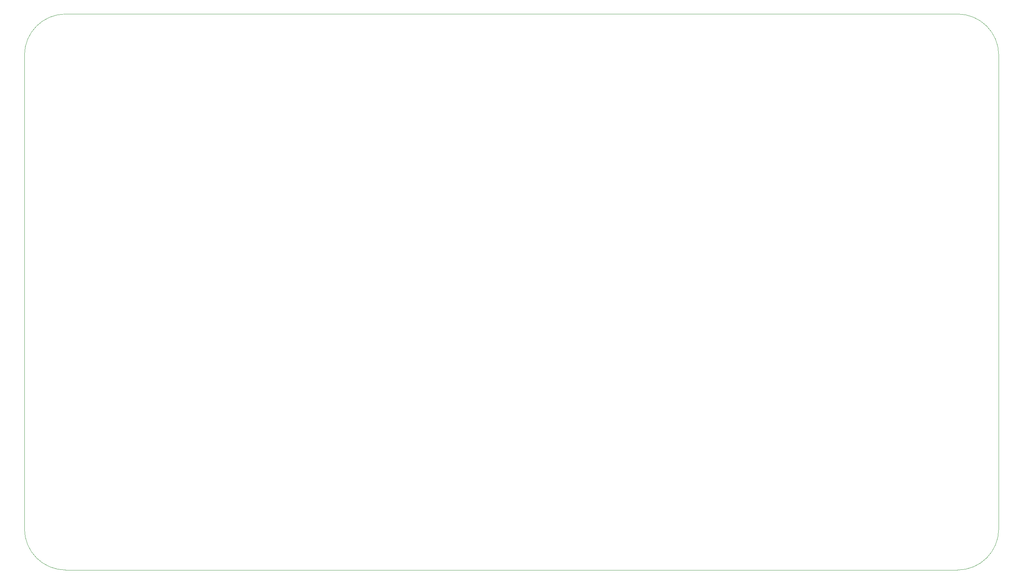
<source format=gbr>
%TF.GenerationSoftware,KiCad,Pcbnew,8.0.6-8.0.6-0~ubuntu22.04.1*%
%TF.CreationDate,2024-11-15T16:44:39-05:00*%
%TF.ProjectId,multi-band-equalizer,6d756c74-692d-4626-916e-642d65717561,rev?*%
%TF.SameCoordinates,Original*%
%TF.FileFunction,Profile,NP*%
%FSLAX46Y46*%
G04 Gerber Fmt 4.6, Leading zero omitted, Abs format (unit mm)*
G04 Created by KiCad (PCBNEW 8.0.6-8.0.6-0~ubuntu22.04.1) date 2024-11-15 16:44:39*
%MOMM*%
%LPD*%
G01*
G04 APERTURE LIST*
%TA.AperFunction,Profile*%
%ADD10C,0.050000*%
%TD*%
G04 APERTURE END LIST*
D10*
X201170000Y-150800000D02*
X418070000Y-150800000D01*
X428070000Y-276050000D02*
G75*
G02*
X418070000Y-286050000I-10000000J0D01*
G01*
X418070000Y-150800000D02*
G75*
G02*
X428070000Y-160800000I0J-10000000D01*
G01*
X191170000Y-276050000D02*
X191170000Y-160800000D01*
X428070000Y-160800000D02*
X428070000Y-276050000D01*
X201170000Y-286050000D02*
G75*
G02*
X191170000Y-276050000I0J10000000D01*
G01*
X418070000Y-286050000D02*
X201170000Y-286050000D01*
X191170000Y-160800000D02*
G75*
G02*
X201170000Y-150800000I10000000J0D01*
G01*
M02*

</source>
